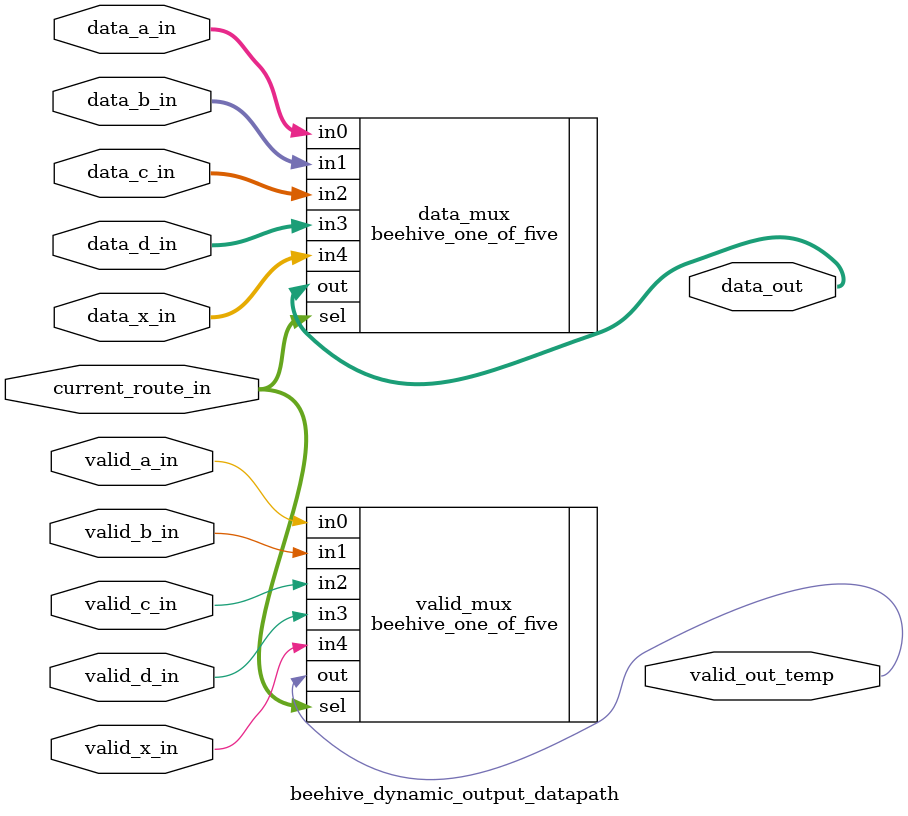
<source format=v>
/*
Copyright (c) 2015 Princeton University
All rights reserved.

Redistribution and use in source and binary forms, with or without
modification, are permitted provided that the following conditions are met:
    * Redistributions of source code must retain the above copyright
      notice, this list of conditions and the following disclaimer.
    * Redistributions in binary form must reproduce the above copyright
      notice, this list of conditions and the following disclaimer in the
      documentation and/or other materials provided with the distribution.
    * Neither the name of Princeton University nor the
      names of its contributors may be used to endorse or promote products
      derived from this software without specific prior written permission.

THIS SOFTWARE IS PROVIDED BY PRINCETON UNIVERSITY "AS IS" AND
ANY EXPRESS OR IMPLIED WARRANTIES, INCLUDING, BUT NOT LIMITED TO, THE IMPLIED
WARRANTIES OF MERCHANTABILITY AND FITNESS FOR A PARTICULAR PURPOSE ARE
DISCLAIMED. IN NO EVENT SHALL PRINCETON UNIVERSITY BE LIABLE FOR ANY
DIRECT, INDIRECT, INCIDENTAL, SPECIAL, EXEMPLARY, OR CONSEQUENTIAL DAMAGES
(INCLUDING, BUT NOT LIMITED TO, PROCUREMENT OF SUBSTITUTE GOODS OR SERVICES;
LOSS OF USE, DATA, OR PROFITS; OR BUSINESS INTERRUPTION) HOWEVER CAUSED AND
ON ANY THEORY OF LIABILITY, WHETHER IN CONTRACT, STRICT LIABILITY, OR TORT
(INCLUDING NEGLIGENCE OR OTHERWISE) ARISING IN ANY WAY OUT OF THE USE OF THIS
SOFTWARE, EVEN IF ADVISED OF THE POSSIBILITY OF SUCH DAMAGE.
*/

//Function: This is the Datapath for the dynamic output
//
//Instantiates: 
//
//State: NONE
//
//Note:
//
module beehive_dynamic_output_datapath #(
     parameter NOC_DATA_W = 512
    ,parameter XY_COORD_W = 8
    ,parameter CHIP_ID_W = 14
    ,parameter MSG_PAYLOAD_LEN = 22
)(
    data_out, valid_out_temp, data_a_in, data_b_in, data_c_in, data_d_in, data_x_in,
    valid_a_in, valid_b_in, valid_c_in, valid_d_in, valid_x_in, current_route_in
);

// begin port declarations

output [NOC_DATA_W-1:0] data_out;
output valid_out_temp;

input [NOC_DATA_W-1:0] data_a_in;
input [NOC_DATA_W-1:0] data_b_in;
input [NOC_DATA_W-1:0] data_c_in;
input [NOC_DATA_W-1:0] data_d_in;
input [NOC_DATA_W-1:0] data_x_in;
input valid_a_in;
input valid_b_in;
input valid_c_in;
input valid_d_in;
input valid_x_in;
input [2:0] current_route_in;

// end port declarations

// `define ROUTE_A 3'b000
// `define ROUTE_B 3'b001
// `define ROUTE_C 3'b010
// `define ROUTE_D 3'b011
// `define ROUTE_X 3'b100

//This is the state
//NONE HERE

//inputs to the state
//NOTHING HERE EITHER

//wires

//wire regs

//assigns

//instantiations
beehive_one_of_five #(NOC_DATA_W) data_mux(.in0(data_a_in), .in1(data_b_in), .in2(data_c_in), .in3(data_d_in), .in4(data_x_in), .sel(current_route_in), .out(data_out));
beehive_one_of_five #(1) valid_mux(.in0(valid_a_in), .in1(valid_b_in), .in2(valid_c_in), .in3(valid_d_in), .in4(valid_x_in), .sel(current_route_in), .out(valid_out_temp));

endmodule

</source>
